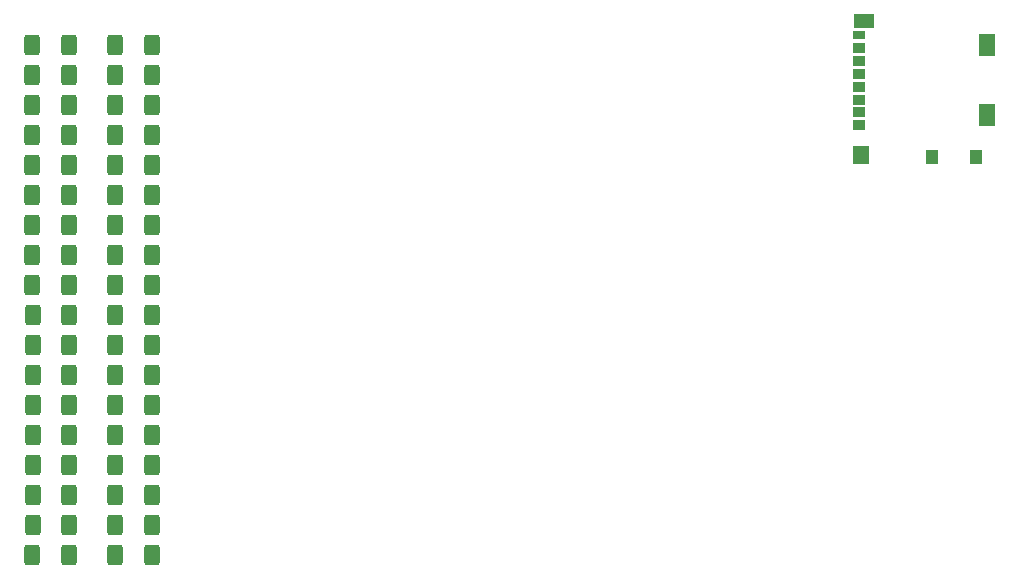
<source format=gtp>
G04 #@! TF.GenerationSoftware,KiCad,Pcbnew,(6.0.4)*
G04 #@! TF.CreationDate,2022-09-09T10:41:32-05:00*
G04 #@! TF.ProjectId,v2-PowerBook-BLUESCSI-dehij,76322d50-6f77-4657-9242-6f6f6b2d424c,rev?*
G04 #@! TF.SameCoordinates,Original*
G04 #@! TF.FileFunction,Paste,Top*
G04 #@! TF.FilePolarity,Positive*
%FSLAX46Y46*%
G04 Gerber Fmt 4.6, Leading zero omitted, Abs format (unit mm)*
G04 Created by KiCad (PCBNEW (6.0.4)) date 2022-09-09 10:41:32*
%MOMM*%
%LPD*%
G01*
G04 APERTURE LIST*
G04 Aperture macros list*
%AMRoundRect*
0 Rectangle with rounded corners*
0 $1 Rounding radius*
0 $2 $3 $4 $5 $6 $7 $8 $9 X,Y pos of 4 corners*
0 Add a 4 corners polygon primitive as box body*
4,1,4,$2,$3,$4,$5,$6,$7,$8,$9,$2,$3,0*
0 Add four circle primitives for the rounded corners*
1,1,$1+$1,$2,$3*
1,1,$1+$1,$4,$5*
1,1,$1+$1,$6,$7*
1,1,$1+$1,$8,$9*
0 Add four rect primitives between the rounded corners*
20,1,$1+$1,$2,$3,$4,$5,0*
20,1,$1+$1,$4,$5,$6,$7,0*
20,1,$1+$1,$6,$7,$8,$9,0*
20,1,$1+$1,$8,$9,$2,$3,0*%
G04 Aperture macros list end*
%ADD10R,1.100000X0.850000*%
%ADD11R,1.100000X0.750000*%
%ADD12R,1.000000X1.200000*%
%ADD13R,1.350000X1.550000*%
%ADD14R,1.350000X1.900000*%
%ADD15R,1.800000X1.170000*%
%ADD16RoundRect,0.250000X0.400000X0.625000X-0.400000X0.625000X-0.400000X-0.625000X0.400000X-0.625000X0*%
%ADD17RoundRect,0.250000X-0.400000X-0.625000X0.400000X-0.625000X0.400000X0.625000X-0.400000X0.625000X0*%
G04 APERTURE END LIST*
D10*
X155962500Y-88105000D03*
X155962500Y-87005000D03*
X155962500Y-85905000D03*
X155962500Y-84805000D03*
X155962500Y-83705000D03*
X155962500Y-82605000D03*
X155962500Y-81505000D03*
D11*
X155962500Y-80455000D03*
D12*
X162112500Y-90740000D03*
X165812500Y-90740000D03*
D13*
X156087500Y-90565000D03*
D14*
X166787500Y-87240000D03*
D15*
X156312500Y-79245000D03*
D14*
X166787500Y-81270000D03*
D16*
X89030000Y-81280000D03*
X85930000Y-81280000D03*
X89030000Y-83820000D03*
X85930000Y-83820000D03*
X89030000Y-86360000D03*
X85930000Y-86360000D03*
X89030000Y-88900000D03*
X85930000Y-88900000D03*
X89030000Y-91440000D03*
X85930000Y-91440000D03*
X89030000Y-93980000D03*
X85930000Y-93980000D03*
X89030000Y-99060000D03*
X85930000Y-99060000D03*
X89030000Y-101600000D03*
X85930000Y-101600000D03*
X89050000Y-104140000D03*
X85950000Y-104140000D03*
X89050000Y-106680000D03*
X85950000Y-106680000D03*
X89050000Y-109220000D03*
X85950000Y-109220000D03*
X89050000Y-111760000D03*
X85950000Y-111760000D03*
X89050000Y-114300000D03*
X85950000Y-114300000D03*
X89050000Y-116840000D03*
X85950000Y-116840000D03*
X89050000Y-119380000D03*
X85950000Y-119380000D03*
X89050000Y-121910000D03*
X85950000Y-121910000D03*
X89000000Y-124460000D03*
X85900000Y-124460000D03*
D17*
X92950000Y-81280000D03*
X96050000Y-81280000D03*
X92950000Y-83820000D03*
X96050000Y-83820000D03*
X92950000Y-86360000D03*
X96050000Y-86360000D03*
X92950000Y-88900000D03*
X96050000Y-88900000D03*
X92950000Y-91440000D03*
X96050000Y-91440000D03*
X92950000Y-93980000D03*
X96050000Y-93980000D03*
X92950000Y-96520000D03*
X96050000Y-96520000D03*
X92950000Y-99060000D03*
X96050000Y-99060000D03*
X92950000Y-101600000D03*
X96050000Y-101600000D03*
X92950000Y-124460000D03*
X96050000Y-124460000D03*
X92950000Y-121920000D03*
X96050000Y-121920000D03*
X92950000Y-119380000D03*
X96050000Y-119380000D03*
X92950000Y-116840000D03*
X96050000Y-116840000D03*
X92950000Y-114300000D03*
X96050000Y-114300000D03*
X92950000Y-111760000D03*
X96050000Y-111760000D03*
X92950000Y-109220000D03*
X96050000Y-109220000D03*
X92950000Y-106680000D03*
X96050000Y-106680000D03*
X92950000Y-104140000D03*
X96050000Y-104140000D03*
D16*
X89030000Y-96520000D03*
X85930000Y-96520000D03*
M02*

</source>
